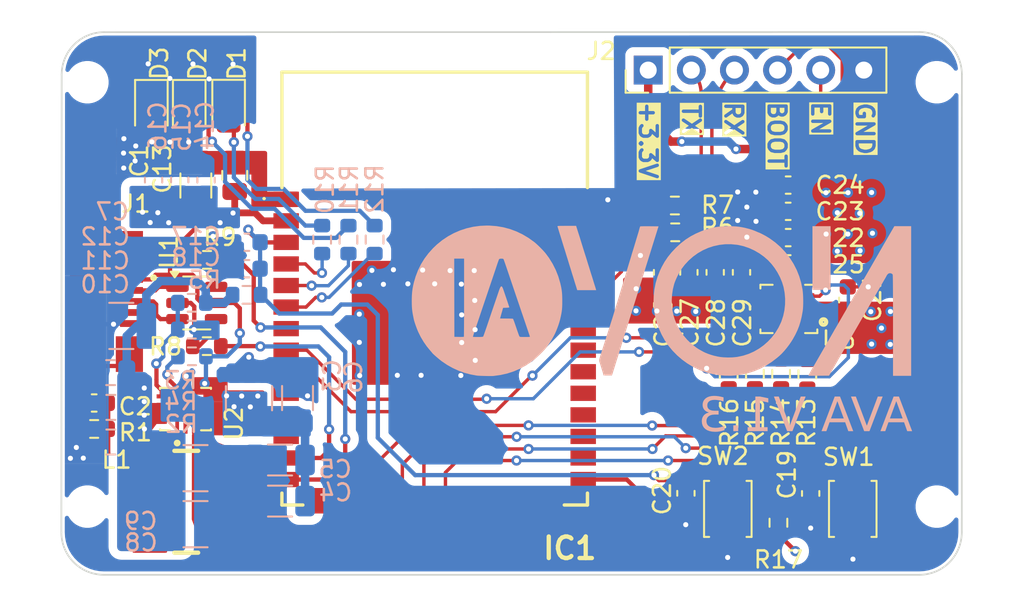
<source format=kicad_pcb>
(kicad_pcb (version 20241229) (generator "pcbnew") (generator_version "9.0")
  (title_block (title "Sensor") (date "2024-07-07") (rev "02") (company "Electronial") (comment 1 "Fiverr") (comment 2 "Property of Novo-AI") (comment 3 "@Copyright -- reserved"))
  (layers (0 "F.Cu" signal) (4 "In1.Cu" power) (6 "In2.Cu" mixed) (2 "B.Cu" signal) (13 "F.Paste" user) (15 "B.Paste" user) (5 "F.SilkS" user "F.Silkscreen") (7 "B.SilkS" user "B.Silkscreen") (1 "F.Mask" user) (3 "B.Mask" user) (25 "Edge.Cuts" user))
  (net 0 "")
  (net 1 "Earth")
  (net 2 "+5V")
  (net 3 "Net-(C2-Pad1)")
  (net 4 "+3.3V")
  (net 5 "/ESP32 S3/CHIP_PU")
  (net 6 "/ESP32 S3/GPIO0")
  (net 7 "Net-(D1-A)")
  (net 8 "Net-(D2-A)")
  (net 9 "Net-(D3-A)")
  (net 13 "/CS")
  (net 16 "/CLK")
  (net 17 "Net-(IC1-IO19)")
  (net 19 "Net-(IC1-TXD0)")
  (net 20 "/MISO")
  (net 21 "Net-(IC1-IO20)")
  (net 22 "Net-(IC1-RXD0)")
  (net 25 "/ESP32 S3/GPIO5")
  (net 29 "/IO15")
  (net 31 "/ESP32 S3/GPIO4")
  (net 32 "/MOSI")
  (net 35 "/ESP32 S3/GPIO6")
  (net 37 "/IO16")
  (net 46 "/3.3V PSU & Input/PRE_DP")
  (net 47 "/3.3V PSU & Input/PRE_DN")
  (net 48 "/ESP32 S3/U0RXD")
  (net 49 "/ESP32 S3/U0TXD")
  (net 50 "Net-(U2-L1)")
  (net 51 "Net-(U2-L2)")
  (net 52 "Net-(U2-PFM{slash}PWM)")
  (net 53 "Net-(U2-FB)")
  (net 54 "Net-(U3-SDO{slash}SA0)")
  (net 55 "Net-(U3-SDI{slash}SDO{slash}SDA)")
  (net 56 "Net-(U3-SPC{slash}SCL)")
  (net 57 "Net-(U3-CS)")
  (net 58 "/DP")
  (net 59 "/DN")
  (footprint "Capacitor_SMD:C_0603_1608Metric" (layer "F.Cu") (at 129.19 91.27)
    (property "Reference" "C2")
    (property "Value" "100nF")
  )
  (footprint "Capacitor_SMD:C_0603_1608Metric" (layer "F.Cu") (at 167.325 83.573332 -90)
    (property "Reference" "C29")
    (property "Value" "100nF")
  )
  (footprint "Capacitor_SMD:C_0603_1608Metric" (layer "F.Cu") (at 171.4 96.6 -90)
    (property "Reference" "C19")
    (property "Value" "100nF")
  )
  (footprint "Capacitor_SMD:C_0603_1608Metric" (layer "F.Cu") (at 170.075 83.073332 180)
    (property "Reference" "C25")
    (property "Value" "15pF")
  )
  (footprint "Footprint:AMPHENOL_10118192-0002LF" (layer "F.Cu") (at 131.39 85.29 -90)
    (property "Reference" "J1")
    (property "Value" "10118192-0002LF")
  )
  (footprint "Footprint:ESP32S3WROOM1N4" (layer "F.Cu") (at 149.25 84.53)
    (property "Reference" "IC1")
    (property "Value" "ESP32-S3-WROOM-1-N16R2" (hide yes))
  )
  (footprint "Connector_PinHeader_2.54mm:PinHeader_1x06_P2.54mm_Vertical" (layer "F.Cu") (at 161.83 71.66 90)
    (property "Reference" "J2")
    (property "Value" "Debug")
  )
  (footprint "MountingHole:MountingHole_2mm" (layer "F.Cu") (at 178.83125 72.375)
    (property "Reference" "H2" (hide yes))
    (property "Value" "MountingHole")
  )
  (footprint "Package_TO_SOT_SMD:SOT-23-6" (layer "F.Cu") (at 135.235 85.3775)
    (property "Reference" "U1")
    (property "Value" "USBLC6-2SC6")
  )
  (footprint "LED_SMD:LED_0805_2012Metric" (layer "F.Cu") (at 137.11 73.9175 -90)
    (property "Reference" "D1")
    (property "Value" "LED")
  )
  (footprint "Capacitor_SMD:C_0603_1608Metric" (layer "F.Cu") (at 170.075 79.98 180)
    (property "Reference" "C23")
    (property "Value" "10nF")
  )
  (footprint "Resistor_SMD:R_0603_1608Metric" (layer "F.Cu") (at 171.201666 89.578332 90)
    (property "Reference" "R13")
    (property "Value" "10E, 0.1%")
  )
  (footprint "Capacitor_SMD:C_0603_1608Metric" (layer "F.Cu") (at 170.075 81.526666 180)
    (property "Reference" "C22")
    (property "Value" "100nF")
  )
  (footprint "Button_Switch_SMD:SW_SPST_B3U-1000P" (layer "F.Cu") (at 173.88 97.51 90)
    (property "Reference" "SW1")
    (property "Value" "SW_SPST")
  )
  (footprint "Resistor_SMD:R_0603_1608Metric" (layer "F.Cu") (at 163.4 79.636666)
    (property "Reference" "R7")
    (property "Value" "10E, 0.1%")
  )
  (footprint "Footprint:IIS3DWBTR" (layer "F.Cu") (at 170.115 85.729632 180)
    (property "Reference" "U3")
    (property "Value" "IIS3DWBTR" (hide yes))
  )
  (footprint "Capacitor_SMD:C_0603_1608Metric" (layer "F.Cu") (at 170.075 78.433332 180)
    (property "Reference" "C24")
    (property "Value" "1nF")
  )
  (footprint "Capacitor_SMD:C_0805_2012Metric" (layer "F.Cu") (at 137.47 77.86 90)
    (property "Reference" "C13")
    (property "Value" "4.7uF")
  )
  (footprint "LED_SMD:LED_0805_2012Metric" (layer "F.Cu") (at 132.56 73.925 -90)
    (property "Reference" "D3")
    (property "Value" "LED")
  )
  (footprint "Capacitor_SMD:C_1206_3216Metric" (layer "F.Cu") (at 135.18 78.46 90)
    (property "Reference" "C1")
    (property "Value" "10uF")
  )
  (footprint "MountingHole:MountingHole_2mm" (layer "F.Cu") (at 128.79125 97.375)
    (property "Reference" "H4" (hide yes))
    (property "Value" "MountingHole")
  )
  (footprint "Resistor_SMD:R_0603_1608Metric" (layer "F.Cu") (at 169.5 98.325 90)
    (property "Reference" "R17")
    (property "Value" "10K, 1%")
  )
  (footprint "Resistor_SMD:R_0603_1608Metric" (layer "F.Cu") (at 166.571666 89.558332 -90)
    (property "Reference" "R16")
    (property "Value" "10E, 0.1%")
  )
  (footprint "Capacitor_SMD:C_0603_1608Metric" (layer "F.Cu") (at 173.585 85.204632 90)
    (property "Reference" "C21")
    (property "Value" "100nF")
  )
  (footprint "Button_Switch_SMD:SW_SPST_B3U-1000P" (layer "F.Cu") (at 166.52 97.51 90)
    (property "Reference" "SW2")
    (property "Value" "SW_SPST")
  )
  (footprint "Footprint:VREG_TPS630250RNCT" (layer "F.Cu") (at 134.57 91.63 90)
    (property "Reference" "U2")
    (property "Value" "TPS630250RNCT")
  )
  (footprint "Resistor_SMD:R_0603_1608Metric" (layer "F.Cu") (at 135.825 87.92)
    (property "Reference" "R8")
    (property "Value" "10E, 0.1%")
  )
  (footprint "MountingHole:MountingHole_2mm" (layer "F.Cu") (at 128.79125 72.375)
    (property "Reference" "H1" (hide yes))
    (property "Value" "MountingHole")
  )
  (footprint "Resistor_SMD:R_0603_1608Metric" (layer "F.Cu") (at 163.42 81.216666)
    (property "Reference" "R6")
    (property "Value" "10E, 0.1%")
  )
  (footprint "Resistor_SMD:R_0603_1608Metric" (layer "F.Cu") (at 168.115 89.558332 -90)
    (property "Reference" "R15")
    (property "Value" "10E, 0.1%")
  )
  (footprint "Resistor_SMD:R_0603_1608Metric" (layer "F.Cu") (at 135.84 82.84)
    (property "Reference" "R9")
    (property "Value" "10E, 0.1%")
  )
  (footprint "Capacitor_SMD:C_0603_1608Metric" (layer "F.Cu") (at 164.225 83.573332 90)
    (property "Reference" "C27")
    (property "Value" "1nF")
  )
  (footprint "LED_SMD:LED_0805_2012Metric" (layer "F.Cu") (at 134.79 73.925 -90)
    (property "Reference" "D2")
    (property "Value" "LED")
  )
  (footprint "Capacitor_SMD:C_0603_1608Metric" (layer "F.Cu") (at 162.675 83.573332 90)
    (property "Reference" "C26")
    (property "Value" "15pF")
  )
  (footprint "MountingHole:MountingHole_2mm" (layer "F.Cu") (at 178.83125 97.375 90)
    (property "Reference" "H3" (hide yes))
    (property "Value" "MountingHole")
  )
  (footprint "Resistor_SMD:R_0603_1608Metric" (layer "F.Cu") (at 129.19 92.8 180)
    (property "Reference" "R1")
    (property "Value" "1M, 1%")
  )
  (footprint "Footprint:SRN60451R0Y" (layer "F.Cu") (at 134.615 97.09)
    (property "Reference" "L1")
    (property "Value" "SRN60451R0Y" (hide yes))
  )
  (footprint "Capacitor_SMD:C_0603_1608Metric" (layer "F.Cu") (at 165.775 83.573332 90)
    (property "Reference" "C28")
    (property "Value" "10nF")
  )
  (footprint "Capacitor_SMD:C_0603_1608Metric" (layer "F.Cu") (at 164.05 96.59 -90)
    (property "Reference" "C20")
    (property "Value" "100nF")
  )
  (footprint "Resistor_SMD:R_0603_1608Metric" (layer "F.Cu") (at 169.658333 89.558332 -90)
    (property "Reference" "R14")
    (property "Value" "10E, 0.1%")
  )
  (footprint "Capacitor_SMD:C_0603_1608Metric" (layer "B.Cu") (at 138.19 83.36 180)
    (property "Reference" "C18")
    (property "Value" "1nF")
  )
  (footprint "Capacitor_SMD:C_0805_2012Metric" (layer "B.Cu") (at 130.16 89.48 180)
    (property "Reference" "C12")
    (property "Value" "1uF")
  )
  (footprint "Capacitor_SMD:C_1210_3225Metric" (layer "B.Cu") (at 130.79 86.73 180)
    (property "Reference" "C7")
    (property "Value" "22uF")
  )
  (footprint "Capacitor_SMD:C_0603_1608Metric" (layer "B.Cu") (at 134.23 78.13 90)
    (property "Reference" "C15")
    (property "Value" "1nF")
  )
  (footprint "Capacitor_SMD:C_1206_3216Metric" (layer "B.Cu") (at 141.17 90.98 90)
    (property "Reference" "C6")
    (property "Value" "10uF")
  )
  (footprint "Capacitor_SMD:C_1210_3225Metric" (layer "B.Cu") (at 135.16 95.11)
    (property "Reference" "C9")
    (property "Value" "22uF")
  )
  (footprint "Capacitor_SMD:C_0805_2012Metric" (layer "B.Cu") (at 130.17 91.53 180)
    (property "Reference" "C11")
    (property "Value" "10uF")
  )
  (footprint "Capacitor_SMD:C_0805_2012Metric" (layer "B.Cu") (at 130.17 93.57 180)
    (property "Reference" "C10")
    (property "Value" "10uF")
  )
  (footprint "Capacitor_SMD:C_0603_1608Metric" (layer "B.Cu") (at 138.19 81.8 180)
    (property "Reference" "C17")
    (property "Value" "100nF")
  )
  (footprint "Capacitor_SMD:C_1206_3216Metric" (layer "B.Cu") (at 140.14 97.05 180)
    (property "Reference" "C4")
    (property "Value" "10uF")
  )
  (footprint "Custom:logo_novoai_w40" (layer "B.Cu") (at 162.519205 85.318466 180)
    (property "Reference" "G***" (hide yes))
    (property "Value" "LOGO" (hide yes))
  )
  (footprint "Resistor_SMD:R_0603_1608Metric" (layer "B.Cu") (at 138.17 84.9)
    (property "Reference" "R5")
    (property "Value" "4.7K, 1%")
  )
  (footprint "Resistor_SMD:R_0603_1608Metric" (layer "B.Cu") (at 134.94 85.37 180)
    (property "Reference" "R3")
    (property "Value" "562K,0.1%")
  )
  (footprint "Capacitor_SMD:C_0603_1608Metric" (layer "B.Cu") (at 132.69 78.14 90)
    (property "Reference" "C16")
    (property "Value" "33pF")
  )
  (footprint "Capacitor_SMD:C_1210_3225Metric" (layer "B.Cu") (at 138.31 90.99 90)
    (property "Reference" "C3")
    (property "Value" "22uF")
  )
  (footprint "Resistor_SMD:R_0603_1608Metric" (layer "B.Cu") (at 142.62 81.645 -90)
    (property "Reference" "R10")
    (property "Value" "100E, 1%")
  )
  (footprint "Resistor_SMD:R_0603_1608Metric" (layer "B.Cu") (at 145.71 81.645 -90)
    (property "Reference" "R12")
    (property "Value" "100E, 1%")
  )
  (footprint "Capacitor_SMD:C_1206_3216Metric" (layer "B.Cu") (at 140.14 94.63 180)
    (property "Reference" "C5")
    (property "Value" "10uF")
  )
  (footprint "Capacitor_SMD:C_1210_3225Metric" (layer "B.Cu") (at 135.16 98.41)
    (property "Reference" "C8")
    (property "Value" "22uF")
  )
  (footprint "Resistor_SMD:R_0603_1608Metric" (layer "B.Cu") (at 134.95 88.52 180)
    (property "Reference" "R2")
    (property "Value" "10K, 1%")
  )
  (footprint "Resistor_SMD:R_0603_1608Metric" (layer "B.Cu") (at 144.17 81.645 -90)
    (property "Reference" "R11")
    (property "Value" "100E, 1%")
  )
  (footprint "Resistor_SMD:R_0603_1608Metric" (layer "B.Cu") (at 134.94 86.95 180)
    (property "Reference" "R4")
    (property "Value" "180K,0.1%")
  )
  (footprint "Capacitor_SMD:C_0603_1608Metric" (layer "B.Cu") (at 135.78 78.14 90)
    (property "Reference" "C14")
    (property "Value" "100nF")
  )
  (gr_arc (start 129.757767 101.392233) (mid 127.99 100.66) (end 127.257767 98.892233) (stroke (width 0.1)) (layer "Edge.Cuts"))
  (gr_line (start 129.775 69.425) (end 177.807233 69.417767) (stroke (width 0.1)) (layer "Edge.Cuts"))
  (gr_arc (start 127.275 71.925) (mid 128.007233 70.157233) (end 129.775 69.425) (stroke (width 0.1)) (layer "Edge.Cuts"))
  (gr_arc (start 180.302233 98.892233) (mid 179.57 100.66) (end 177.802233 101.392233) (stroke (width 0.1)) (layer "Edge.Cuts"))
  (gr_arc (start 177.807233 69.417767) (mid 179.575 70.15) (end 180.307233 71.917767) (stroke (width 0.1)) (layer "Edge.Cuts"))
  (gr_line (start 177.802233 101.392233) (end 129.757767 101.392233) (stroke (width 0.1)) (layer "Edge.Cuts"))
  (gr_line (start 127.275 71.925) (end 127.257767 98.892233) (stroke (width 0.1)) (layer "Edge.Cuts"))
  (gr_line (start 180.302233 98.892233) (end 180.307233 71.917767) (stroke (width 0.1)) (layer "Edge.Cuts"))
  (gr_text "RX" (at 166.27 73.42 270) (layer "F.SilkS" knockout) (effects (font (size 1 1) (thickness 0.2) (bold yes)) (justify left bottom)))
  (gr_text "+3.3V" (at 161.23 73.42 270) (layer "F.SilkS" knockout) (effects (font (size 1 1) (thickness 0.2) (bold yes)) (justify left bottom)))
  (gr_text "GND" (at 174 73.46 270) (layer "F.SilkS" knockout) (effects (font (size 1 1) (thickness 0.2) (bold yes)) (justify left bottom)))
  (gr_text "BOOT" (at 168.82 73.41 270) (layer "F.SilkS" knockout) (effects (font (size 1 1) (thickness 0.2) (bold yes)) (justify left bottom)))
  (gr_text "TX" (at 163.77 73.57 270) (layer "F.SilkS" knockout) (effects (font (size 1 1) (thickness 0.2) (bold yes)) (justify left bottom)))
  (gr_text "EN" (at 171.39 73.4 270) (layer "F.SilkS" knockout) (effects (font (size 1 1) (thickness 0.2) (bold yes)) (justify left bottom)))
  (gr_text "AVA V1.3" (at 177.4 93.27 0) (layer "B.SilkS") (effects (font (size 2 2)) (justify left bottom mirror)))
  (segment (start 159.42 79.27) (end 159.45 79.3) (width 0.25) (layer "F.Cu") (net 1))
  (segment (start 173.88 100.46) (end 173.89 100.47) (width 0.2) (layer "F.Cu") (net 1))
  (segment (start 129.71 94.52) (end 130.015 94.215) (width 0.254) (layer "F.Cu") (net 1))
  (segment (start 134.57 92.185) (end 134.57 90.48) (width 0.2) (layer "F.Cu") (net 1))
  (segment (start 158 79.27) (end 159.42 79.27) (width 0.25) (layer "F.Cu") (net 1))
  (segment (start 164.05 97.365) (end 164.05 98.43) (width 0.2) (layer "F.Cu") (net 1))
  (segment (start 130.33 86.63) (end 130.37 86.59) (width 0.254) (layer "F.Cu") (net 1))
  (segment (start 134.61 89.69) (end 134.57 89.73) (width 0.2) (layer "F.Cu") (net 1))
  (segment (start 166.52 100.36) (end 166.51 100.37) (width 0.2) (layer "F.Cu") (net 1))
  (segment (start 173.585 84.429632) (end 174.789632 84.429632) (width 0.2) (layer "F.Cu") (net 1))
  (segment (start 164.05 98.43) (end 164.04 98.44) (width 0.2) (layer "F.Cu") (net 1))
  (segment (start 171.4 97.375) (end 171.4 98.64) (width 0.2) (layer "F.Cu") (net 1))
  (segment (start 166.52 99.21) (end 166.52 100.36) (width 0.2) (layer "F.Cu") (net 1))
  (segment (start 174.789632 84.429632) (end 174.79 84.43) (width 0.2) (layer "F.Cu") (net 1))
  (segment (start 130.015 92.8) (end 130.015 91.32) (width 0.254) (layer "F.Cu") (net 1))
  (segment (start 134.8775 85.3775) (end 134.0975 85.3775) (width 0.254) (layer "F.Cu") (net 1))
  (segment (start 130.37 86.59) (end 131.39 86.59) (width 0.254) (layer "F.Cu") (net 1))
  (segment (start 128.55 94.52) (end 129.71 94.52) (width 0.254) (layer "F.Cu") (net 1))
  (segment (start 135.087 86.923797) (end 135.087 85.587) (width 0.254) (layer "F.Cu") (net 1))
  (segment (start 135.087 85.587) (end 134.8775 85.3775) (width 0.254) (layer "F.Cu") (net 1))
  (segment (start 130.015 94.215) (end 130.015 92.8) (width 0.254) (layer "F.Cu") (net 1))
  (segment (start 134.57 89.73) (end 134.57 90.48) (width 0.2) (layer "F.Cu") (net 1))
  (segment (start 173.88 99.21) (end 173.88 100.46) (width 0.2) (layer "F.Cu") (net 1))
  (segment (start 135.065797 86.945) (end 135.087 86.923797) (width 0.254) (layer "F.Cu") (net 1))
  (segment (start 130.015 91.32) (end 129.965 91.27) (width 0.254) (layer "F.Cu") (net 1))
  (via (at 130.92 76.55) (size 0.6) (drill 0.3) (layers "F.Cu" "B.Cu") (net 1))
  (via (at 146.23 84.28) (size 0.6) (drill 0.3) (layers "F.Cu" "B.Cu") (net 1))
  (via (at 151.58 83.47) (size 0.6) (drill 0.3) (layers "F.Cu" "B.Cu") (net 1))
  (via (at 171.4 98.64) (size 0.6) (drill 0.3) (layers "F.Cu" "B.Cu") (net 1))
  (via (at 148.45 89.64) (size 0.6) (drill 0.3) (layers "F.Cu" "B.Cu") (net 1))
  (via (at 144.81 86.037) (size 0.6) (drill 0.3) (layers "F.Cu" "B.Cu") (net 1))
  (via (at 135.01 71.3) (size 0.6) (drill 0.3) (layers "F.Cu" "B.Cu") (net 1))
  (via (at 150.84 86.08) (size 0.6) (drill 0.3) (layers "F.Cu" "B.Cu") (net 1))
  (via (at 167.1 78.84) (size 0.6) (drill 0.3) (layers "F.Cu" "B.Cu") (net 1))
  (via (at 141.76 90.85) (size 0.6) (drill 0.3) (layers "F.Cu" "B.Cu") (net 1))
  (via (at 135.065797 86.945) (size 0.6) (drill 0.3) (layers "F.Cu" "B.Cu") (net 1))
  (via (at 147.05 89.64) (size 0.6) (drill 0.3) (layers "F.Cu" "B.Cu") (net 1))
  (via (at 150.82 84.27) (size 0.6) (drill 0.3) (layers "F.Cu" "B.Cu") (net 1))
  (via (at 136.19 81.45) (size 0.6) (drill 0.3) (layers "F.Cu" "B.Cu") (net 1))
  (via (at 168.18 80.57) (size 0.6) (drill 0.3) (layers "F.Cu" "B.Cu") (net 1))
  (via (at 149.25 84.25) (size 0.6) (drill 0.3) (layers "F.Cu" "B.Cu") (net 1))
  (via (at 134.76 75.9) (size 0.6) (drill 0.3) (layers "F.Cu" "B.Cu") (net 1))
  (via (at 132.37 71.29) (size 0.6) (drill 0.3) (layers "F.Cu" "B.Cu") (net 1))
  (via (at 134.61 89.69) (size 0.6) (drill 0.3) (layers "F.Cu" "B.Cu") (net 1))
  (via (at 151.63 86.95) (size 0.6) (drill 0.3) (layers "F.Cu" "B.Cu") (net 1))
  (via (at 145.55 83.46) (size 0.6) (drill 0.3) (layers "F.Cu" "B.Cu") (net 1))
  (via (at 150.84 87.71) (size 0.6) (drill 0.3) (layers "F.Cu" "B.Cu") (net 1))
  (via (at 144.81 87.7) (size 0.6) (drill 0.3) (layers "F.Cu" "B.Cu") (net 1))
  (via (at 147.67 84.25) (size 0.6) (drill 0.3) (layers "F.Cu" "B.Cu") (net 1))
  (via (at 133.65 75.9) (size 0.6) (drill 0.3) (layers "F.Cu" "B.Cu") (net 1))
  (via (at 131.64 76.13) (size 0.6) (drill 0.3) (layers "F.Cu" "B.Cu") (net 1))
  (via (at 128.14 93.89) (size 0.6) (drill 0.3) (layers "F.Cu" "B.Cu") (net 1))
  (via (at 135.96 72.18) (size 0.6) (drill 0.3) (layers "F.Cu" "B.Cu") (net 1))
  (via (at 167.64 79.73) (size 0.6) (drill 0.3) (layers "F.Cu" "B.Cu") (net 1))
  (via (at 146.82 83.42) (size 0.6) (drill 0.3) (layers "F.Cu" "B.Cu") (net 1))
  (via (at 130.33 86.63) (size 0.6) (drill 0.3) (layers "F.Cu" "B.Cu") (net 1))
  (via (at 128.55 94.52) (size 0.6) (drill 0.3) (layers "F.Cu" "B.Cu") (net 1))
  (via (at 148.54 83.44) (size 0.6) (drill 0.3) (layers "F.Cu" "B.Cu") (net 1))
  (via (at 144.83 89.66) (size 0.6) (drill 0.3) (layers "F.Cu" "B.Cu") (net 1))
  (via (at 151.64 88.76) (size 0.6) (drill 0.3) (layers "F.Cu" "B.Cu") (net 1))
  (via (at 137.37 71.31) (size 0.6) (drill 0.3) (layers "F.Cu" "B.Cu") (net 1))
  (via (at 168.17 78.85) (size 0.6) (drill 0.3) (layers "F.Cu" "B.Cu") (net 1))
  (via (at 150.79 89.65) (size 0.6) (drill 0.3) (layers "F.Cu" "B.Cu") (net 1))
  (via (at 166.51 100.37) (size 0.6) (drill 0.3) (layers "F.Cu" "B.Cu") (net 1))
  (via (at 159.45 79.3) (size 0.6) (drill 0.3) (layers "F.Cu" "B.Cu") (net 1))
  (via (at 150.16 83.47) (size 0.6) (drill 0.3) (layers "F.Cu" "B.Cu") (net 1))
  (via (at 164.04 98.44) (size 0.6) (drill 0.3) (layers "F.Cu" "B.Cu") (net 1))
  (via (at 130.93 77.43) (size 0.6) (drill 0.3) (layers "F.Cu" "B.Cu") (net 1))
  (via (at 130.94 75.7) (size 0.6) (drill 0.3) (layers "F.Cu" "B.Cu") (net 1))
  (via (at 138.3 88.57) (size 0.6) (drill 0.3) (layers "F.Cu" "B.Cu") (net 1))
  (via (at 174.79 84.43) (size 0.6) (drill 0.3) (layers "F.Cu" "B.Cu") (net 1))
  (via (at 133.65 72.15) (size 0.6) (drill 0.3) (layers "F.Cu" "B.Cu") (net 1))
  (via (at 173.89 100.47) (size 0.6) (drill 0.3) (layers "F.Cu" "B.Cu") (net 1))
  (via (at 132.59 75.89) (size 0.6) (drill 0.3) (layers "F.Cu" "B.Cu") (net 1))
  (via (at 161.37 82.58) (size 0.6) (drill 0.3) (layers "F.Cu" "B.Cu") (net 1))
  (via (at 151.61 85.23) (size 0.6) (drill 0.3) (layers "F.Cu" "B.Cu") (net 1))
  (via (at 144.82 84.29) (size 0.6) (drill 0.3) (layers "F.Cu" "B.Cu") (net 1))
  (via (at 167.64 81.5) (size 0.6) (drill 0.3) (layers "F.Cu" "B.Cu") (net 1))
  (via (at 127.79 94.53) (size 0.6) (drill 0.3) (layers "F.Cu" "B.Cu") (net 1))
  (via (at 131.6 77.01) (size 0.6) (drill 0.3) (layers "F.Cu" "B.Cu") (net 1))
  (via (at 167.1 80.52) (size 0.6) (drill 0.3) (layers "F.Cu" "B.Cu") (net 1))
  (segment (start 138.31 89.515) (end 141.16 89.515) (width 0.254) (layer "B.Cu") (net 1))
  (segment (start 135.76 86.945) (end 135.765 86.95) (width 0.254) (layer "B.Cu") (net 1))
  (segment (start 137.415 81.8) (end 137.415 83.36) (width 0.254) (layer "B.Cu") (net 1))
  (segment (start 137.395 81.78) (end 136.52 81.78) (width 0.254) (layer "B.Cu") (net 1))
  (segment (start 135.065797 86.945) (end 135.76 86.945) (width 0.254) (layer "B.Cu") (net 1))
  (segment (start 130.33 86.63) (end 129.415 86.63) (width 0.254) (layer "B.Cu") (net 1))
  (segment (start 129.415 86.63) (end 129.315 86.73) (width 0.254) (layer "B.Cu") (net 1))
  (segment (start 138.31 89.515) (end 138.31 88.58) (width 0.254) (layer "B.Cu") (net 1))
  (segment (start 138.31 88.58) (end 138.3 88.57) (width 0.254) (layer "B.Cu") (net 1))
  (segment (start 136.52 81.78) (end 136.19 81.45) (width 0.254) (layer "B.Cu") (net 1))
  (segment (start 137.415 81.8) (end 137.395 81.78) (width 0.254) (layer "B.Cu") (net 1))
  (segment (start 141.17 90.47) (end 141.17 89.505) (width 0.254) (layer "B.Cu") (net 1))
  (segment (start 141.55 90.85) (end 141.17 90.47) (width 0.254) (layer "B.Cu") (net 1))
  (segment (start 141.76 90.85) (end 141.55 90.85) (width 0.254) (layer "B.Cu") (net 1))
  (segment (start 141.16 89.515) (end 141.17 89.505) (width 0.254) (layer "B.Cu") (net 1))
  (segment (start 131.39 83.99) (end 132.54 83.99) (width 0.254) (layer "F.Cu") (net 2))
  (segment (start 133.66 82.47) (end 133.66 83.72) (width 0.254) (layer "F.Cu") (net 2))
  (segment (start 134.98 83.72) (end 135.27 84.01) (width 0.254) (layer "F.Cu") (net 2))
  (segment (start 137.77 85.69) (end 137.4575 85.3775) (width 0.254) (layer "F.Cu") (net 2))
  (segment (start 137.4575 85.3775) (end 136.3725 85.3775) (width 0.254) (layer "F.Cu") (net 2))
  (segment (start 135.27 84.01) (end 135.27 85.127948) (width 0.254) (layer "F.Cu") (net 2))
  (segment (start 133.66 83.72) (end 134.98 83.72) (width 0.254) (layer "F.Cu") (net 2))
  (segment (start 135.18 79.935) (end 135.18 80.95) (width 0.254) (layer "F.Cu") (net 2))
  (segment (start 135.18 80.95) (end 133.66 82.47) (width 0.254) (layer "F.Cu") (net 2))
  (segment (start 132.54 83.99) (end 132.81 83.72) (width 0.254) (layer "F.Cu") (net 2))
  (segment (start 135.27 85.127948) (end 135.519552 85.3775) (width 0.254) (layer "F.Cu") (net 2))
  (segment (start 135.519552 85.3775) (end 136.3725 85.3775) (width 0.254) (layer "F.Cu") (net 2))
  (segment (start 137.77 87.16) (end 137.77 85.69) (width 0.254) (layer "F.Cu") (net 2))
  (segment (start 132.81 83.72) (end 133.66 83.72) (width 0.254) (layer "F.Cu") (net 2))
  (via (at 137.77 87.16) (size 0.6) (drill 0.3) (layers "F.Cu" "B.Cu") (net 2))
  (via (at 137.43 91.49) (size 0.6) (drill 0.3) (layers "F.Cu" "B.Cu") (net 2))
  (via (at 136.99 90.85) (size 0.6) (drill 0.3) (layers "F.Cu" "B.Cu") (net 2))
  (via (at 138.39 91.5) (size 0.6) (drill 0.3) (layers "F.Cu" "B.Cu") (net 2))
  (via (at 138.83 90.86) (size 0.6) (drill 0.3) (layers "F.Cu" "B.Cu") (net 2))
  (via (at 135.7 90.12) (size 0.6) (drill 0.3) (layers "F.Cu" "B.Cu") (net 2))
  (via (at 137.88 90.86) (size 0.6) (drill 0.3) (layers "F.Cu" "B.Cu") (net 2))
  (segment (start 135.775 88.52) (end 135.775 90.045) (width 0.254) (layer "B.Cu") (net 2))
  (segment (start 138.31 92.465) (end 141.16 92.465) (width 0.5) (layer "B.Cu") (net 2))
  (segment (start 137.02 88.52) (end 135.775 88.52) (width 0.254) (layer "B.Cu") (net 2))
  (segment (start 141.615 97.05) (end 141.615 92.9) (width 0.5) (layer "B.Cu") (net 2))
  (segment (start 141.615 92.9) (end 141.17 92.455) (width 0.5) (layer "B.Cu") (net 2))
  (segment (start 135.775 90.045) (end 135.7 90.12) (width 0.254) (layer "B.Cu") (net 2))
  (segment (start 137.77 87.16) (end 137.77 87.77) (width 0.254) (layer "B.Cu") (net 2))
  (segment (start 137.77 87.77) (end 137.02 88.52) (width 0.254) (layer "B.Cu") (net 2))
  (segment (start 141.16 92.465) (end 141.17 92.455) (width 0.5) (layer "B.Cu") (net 2))
  (segment (start 128.715 81.49) (end 130.565 81.49) (width 0.25) (layer "F.Cu") (net 3))
  (segment (start 128.415 89.39) (end 128.715 89.09) (width 0.254) (layer "F.Cu") (net 3))
  (segment (start 128.365 91.32) (end 128.415 91.27) (width 0.254) (layer "F.Cu") (net 3))
  (segment (start 128.415 91.27) (end 128.415 89.39) (width 0.254) (layer "F.Cu") (net 3))
  (segment (start 128.715 89.09) (end 130.565 89.09) (width 0.25) (layer "F.Cu") (net 3))
  (segment (start 130.565 89.09) (end 131.265 88.39) (width 0.25) (layer "F.Cu") (net 3))
  (segment (start 130.565 81.49) (end 131.265 82.19) (width 0.25) (layer "F.Cu") (net 3))
  (segment (start 128.715 81.49) (end 128.715 89.09) (width 0.25) (layer "F.Cu") (net 3))
  (segment (start 128.365 92.8) (end 128.365 91.32) (width 0.254) (layer "F.Cu") (net 3))
  (segment (start 137.77 78.81) (end 137.47 78.81) (width 0.25) (layer "F.Cu") (net 4))
  (segment (start 170.5 100) (end 169.65 99.15) (width 0.254) (layer "F.Cu") (net 4))
  (segment (start 161.83 71.66) (end 161.83 74.54) (width 0.5) (layer "F.Cu") (net 4))
  (segment (start 137.38 80.07) (end 137.37 80.08) (width 0.4) (layer "F.Cu") (net 4))
  (segment (start 139.14 80.54) (end 138.67 80.07) (width 0.4) (layer "F.Cu") (net 4))
  (segment (start 170.85 77.36) (end 170.85 78.433332) (width 0.5) (layer "F.Cu") (net 4))
  (segment (start 169.8 76.31) (end 170.85 77.36) (width 0.5) (layer "F.Cu") (net 4))
  (segment (start 161.83 74.54) (end 162.87 75.58) (width 0.5) (layer "F.Cu") (net 4))
  (segment (start 163.16 75.87) (end 163.81 75.87) (width 0.5) (layer "F.Cu") (net 4))
  (segment (start 167 76.31) (end 169.8 76.31) (width 0.5) (layer "F.Cu") (net 4))
  (segment (start 138.67 80.07) (end 137.38 80.07) (width 0.4) (layer "F.Cu") (net 4))
  (segment (start 140.5 80.54) (end 139.14 80.54) (width 0.4) (layer "F.Cu") (net 4))
  (segment (start 169.65 99.15) (end 169.5 99.15) (width 0.254) (layer "F.Cu") (net 4))
  (segment (start 137.47 78.81) (end 137.47 79.98) (width 0.4) (layer "F.Cu") (net 4))
  (segment (start 162.87 75.58) (end 163.16 75.87) (width 0.5) (layer "F.Cu") (net 4))
  (segment (start 137.47 79.98) (end 137.37 80.08) (width 0.4) (layer "F.Cu") (net 4))
  (segment (start 162.675 84.348332) (end 167.325 84.348332) (width 0.254) (layer "F.Cu") (net 4))
  (via (at 163.51 85.86) (size 0.6) (drill 0.3) (layers "F.Cu" "B.Cu") (net 4))
  (via (at 172.3 78.88) (size 0.6) (drill 0.3) (layers "F.Cu" "B.Cu") (net 4))
  (via (at 170.5 100) (size 0.6) (drill 0.3) (layers "F.Cu" "B.Cu") (net 4))
  (via (at 175.04 81.27) (size 0.6) (drill 0.3) (layers "F.Cu" "B.Cu") (net 4))
  (via (at 176.1 85.88) (size 0.6) (drill 0.3) (layers "F.Cu" "B.Cu") (net 4))
  (via (at 132.14 91.99) (size 0.6) (drill 0.3) (layers "F.Cu" "B.Cu") (net 4))
  (via (at 174.94 85.89) (size 0.6) (drill 0.3) (layers "F.Cu" "B.Cu") (net 4))
  (via (at 172.97 80.06) (size 0.6) (drill 0.3) (layers "F.Cu" "B.Cu") (net 4))
  (via (at 172.97 82.33) (size 0.6) (drill 0.3) (layers "F.Cu" "B.Cu") (net 4))
  (via (at 136.61 80.65) (size 0.6) (drill 0.3) (layers "F.Cu" "B.Cu") (net 4))
  (via (at 173.6 78.88) (size 0.6) (drill 0.3) (layers "F.Cu" "B.Cu") (net 4))
  (via (at 132.14 91.19) (size 0.6) (drill 0.3) (layers "F.Cu" "B.Cu") (net 4))
  (via (at 132.04 80.03) (size 0.6) (drill 0.3) (layers "F.Cu" "B.Cu") (net 4))
  (via (at 161.11 85.84) (size 0.6) (drill 0.3) (layers "F.Cu" "B.Cu") (net 4))
  (via (at 174.99 78.87) (size 0.6) (drill 0.3) (layers "F.Cu" "B.Cu") (net 4))
  (via (at 132.14 90.39) (size 0.6) (drill 0.3) (layers "F.Cu" "B.Cu") (net 4))
  (via (at 162.34 85.85) (size 0.6) (drill 0.3) (layers "F.Cu" "B.Cu") (net 4))
  (via (at 132.15 92.8) (size 0.6) (drill 0.3) (layers "F.Cu" "B.Cu") (net 4))
  (via (at 174.99 87.8) (size 0.6) (drill 0.3) (layers "F.Cu" "B.Cu") (net 4))
  (via (at 174.31 82.3) (size 0.6) (drill 0.3) (layers "F.Cu" "B.Cu") (net 4))
  (via (at 176.09 87.82) (size 0.6) (drill 0.3) (layers "F.Cu" "B.Cu") (net 4))
  (via (at 167 76.31) (size 0.6) (drill 0.3) (layers "F.Cu" "B.Cu") (net 4))
  (via (at 172.31 81.32) (size 0.6) (drill 0.3) (layers "F.Cu" "B.Cu") (net 4))
  (via (at 174.29 80.1) (size 0.6) (drill 0.3) (layers "F.Cu" "B.Cu") (net 4))
  (via (at 137.37 80.08) (size 0.6) (drill 0.3) (layers "F.Cu" "B.Cu") (net 4))
  (via (at 133.58 80.65) (size 0.6) (drill 0.3) (layers "F.Cu" "B.Cu") (net 4))
  (via (at 161.12 84.54) (size 0.6) (drill 0.3) (layers "F.Cu" "B.Cu") (net 4))
  (via (at 175.57 86.86) (size 0.6) (drill 0.3) (layers "F.Cu" "B.Cu") (net 4))
  (via (at 164.63 85.88) (size 0.6) (drill 0.3) (layers "F.Cu" "B.Cu") (net 4))
  (via (at 132.94 80.06) (size 0.6) (drill 0.3) (layers "F.Cu" "B.Cu") (net 4))
  (via (at 163.81 75.87) (size 0.6) (drill 0.3) (layers "F.Cu" "B.Cu") (net 4))
  (via (at 132.49 80.64) (size 0.6) (drill 0.3) (layers "F.Cu" "B.Cu") (net 4))
  (via (at 173.59 81.32) (size 0.6) (drill 0.3) (layers "F.Cu" "B.Cu") (net 4))
  (segment (start 166.56 75.87) (end 167 76.31) (width 0.5) (layer "B.Cu") (net 4))
  (segment (start 131.11 89.48) (end 131.11 87.33) (width 0.5) (layer "B.Cu") (net 4))
  (segment (start 133.08 84.09) (end 135.25 84.09) (width 0.5) (layer "B.Cu") (net 4))
  (segment (start 135.25 84.09) (end 135.765 84.605) (width 0.5) (layer "B.Cu") (net 4))
  (segment (start 132.265 84.905) (end 133.08 84.09) (width 0.5) (layer "B.Cu") (net 4))
  (segment (start 135.765 85.37) (end 136.875 85.37) (width 0.5) (layer "B.Cu") (net 4))
  (segment (start 131.71 86.73) (end 132.265 86.73) (width 0.5) (layer "B.Cu") (net 4))
  (segment (start 136.875 85.37) (end 137.345 84.9) (width 0.5) (layer "B.Cu") (net 4))
  (segment (start 131.12 93.57) (end 131.12 89.49) (width 0.254) (layer "B.Cu") (net 4))
  (segment (start 163.81 75.87) (end 166.56 75.87) (width 0.5) (layer "B.Cu") (net 4))
  (segment (start 132.265 86.73) (end 132.265 84.905) (width 0.5) (layer "B.Cu") (net 4))
  (segment (start 131.12 89.49) (end 131.11 89.48) (width 0.254) (layer "B.Cu") (net 4))
  (segment (start 135.765 84.605) (end 135.765 85.37) (width 0.5) (layer "B.Cu") (net 4))
  (segment (start 131.11 87.33) (end 131.71 86.73) (width 0.5) (layer "B.Cu") (net 4))
  (segment (start 173.6 76.92) (end 175.51 76.92) (width 0.2) (layer "F.Cu") (net 5))
  (segment (start 177.27 91.7) (end 174.73 94.24) (width 0.2) (layer "F.Cu") (net 5))
  (segment (start 170.89 94.24) (end 169.32 95.81) (width 0.2) (layer "F.Cu") (net 5))
  (segment (start 138.27 81.15) (end 138.93 81.81) (width 0.25) (layer "F.Cu") (net 5))
  (segment (start 138.93 81.81) (end 140.5 81.81) (width 0.25) (layer "F.Cu") (net 5))
  (segment (start 171.99 71.66) (end 171.99 75.31) (width 0.2) (layer "F.Cu") (net 5))
  (segment (start 166.515 95.815) (end 166.52 95.81) (width 0.2) (layer "F.Cu") (net 5))
  (segment (start 171.99 75.31) (end 173.6 76.92) (width 0.2) (layer "F.Cu") (net 5))
  (segment (start 164.05 95.815) (end 162.465 95.815) (width 0.254) (layer "F.Cu") (net 5))
  (segment (start 169.32 95.81) (end 166.52 95.81) (width 0.2) (layer "F.Cu") (net 5))
  (segment (start 177.27 78.68) (end 177.27 91.7) (width 0.2) (layer "F.Cu") (net 5))
  (segment (start 162.465 95.815) (end 162.17 95.52) (width 0.254) (layer "F.Cu") (net 5))
  (segment (start 175.51 76.92) (end 177.27 78.68) (width 0.2) (layer "F.Cu") (net 5))
  (segment (start 138.27 81.06) (end 138.27 81.15) (width 0.25) (layer "F.Cu") (net 5))
  (segment (start 174.73 94.24) (end 170.89 94.24) (width 0.2) (layer "F.Cu") (net 5))
  (segment (start 164.05 95.815) (end 166.515 95.815) (width 0.2) (layer "F.Cu") (net 5))
  (via (at 162.17 95.52) (size 0.6) (drill 0.3) (layers "F.Cu" "B.Cu") (net 5))
  (via (at 138.27 81.06) (size 0.6) (drill 0.3) (layers "F.Cu" "B.Cu") (net 5))
  (segment (start 140.095 86) (end 138.995 84.9) (width 0.254) (layer "B.Cu") (net 5))
  (segment (start 138.27 81.105) (end 138.965 81.8) (width 0.25) (layer "B.Cu") (net 5))
  (segment (start 138.965 84.87) (end 138.995 84.9) (width 0.25) (layer "B.Cu") (net 5))
  (segment (start 138.965 81.8) (end 138.965 84.87) (width 0.25) (layer "B.Cu") (net 5))
  (segment (start 162.17 95.52) (end 148.1 95.52) (width 0.254) (layer "B.Cu") (net 5))
  (segment (start 145.9 93.32) (end 145.9 86.09) (width 0.254) (layer "B.Cu") (net 5))
  (segment (start 145.28 85.47) (end 143.74 85.47) (width 0.254) (layer "B.Cu") (net 5))
  (segment (start 148.1 95.52) (end 145.9 93.32) (width 0.254) (layer "B.Cu") (net 5))
  (segment (start 145.9 86.09) (end 145.28 85.47) (width 0.254) (layer "B.Cu") (net 5))
  (segment (start 138.27 81.06) (end 138.27 81.105) (width 0.25) (layer "B.Cu") (net 5))
  (segment (start 143.74 85.47) (end 143.21 86) (width 0.254) (layer "B.Cu") (net 5))
  (segment (start 143.21 86) (end 140.095 86) (width 0.254) (layer "B.Cu") (net 5))
  (segment (start 165.97 97.5) (end 169.1 97.5) (width 0.254) (layer "F.Cu") (net 6))
  (segment (start 175.79 95.04) (end 177.98 92.85) (width 0.2) (layer "F.Cu") (net 6))
  (segment (start 158 95.78) (end 160.57 95.78) (width 0.254) (layer "F.Cu") (net 6))
  (segment (start 175.95 76.02) (end 177.98 78.05) (width 0.2) (layer "F.Cu") (net 6))
  (segment (start 161.45 96.66) (end 161.45 98.97) (width 0.254) (layer "F.Cu") (net 6))
  (segment (start 173.88 95.81) (end 175.02 95.81) (width 0.2) (layer "F.Cu") (net 6))
  (segment (start 172.46 70.25) (end 173.26 71.05) (width 0.2) (layer "F.Cu") (net 6))
  (segment (start 165.16 99.1) (end 165.16 98.31) (width 0.254) (layer "F.Cu") (net 6))
  (segment (start 169.35 97.25) (end 169.75 97.25) (width 0.254) (layer "F.Cu") (net 6))
  (segment (start 169.5 97.5) (end 169.35 97.35) (width 0.254) (layer "F.Cu") (net 6))
  (segment (start 171.4 95.825) (end 173.843787 95.825) (width 0.2) (layer "F.Cu") (net 6))
  (segment (start 170.86 70.25) (end 172.46 70.25) (width 0.2) (layer "F.Cu") (net 6))
  (segment (start 177.98 92.85) (end 177.98 78.05) (width 0.2) (layer "F.Cu") (net 6))
  (segment (start 169.35 97.35) (end 169.35 97.25) (width 0.254) (layer "F.Cu") (net 6))
  (segment (start 160.57 95.78) (end 161.45 96.66) (width 0.254) (layer "F.Cu") (net 6))
  (segment (start 165.16 98.31) (end 165.97 97.5) (width 0.254) (layer "F.Cu") (net 6))
  (segment (start 174.09 76.02) (end 175.95 76.02) (width 0.2) (layer "F.Cu") (net 6))
  (segment (start 164.44 99.82) (end 165.16 99.1) (width 0.254) (layer "F.Cu") (net 6))
  (segment (start 175.02 95.81) (end 175.79 95.04) (width 0.2) (layer "F.Cu") (net 6))
  (segment (start 169.45 71.66) (end 170.86 70.25) (width 0.2) (layer "F.Cu") (net 6))
  (segment (start 171.175 95.825) (end 171.4 95.825) (width 0.254) (layer "F.Cu") (net 6))
  (segment (start 162.3 99.82) (end 164.44 99.82) (width 0.254) (layer "F.Cu") (net 6))
  (segment (start 161.45 98.97) (end 162.3 99.82) (width 0.254) (layer "F.Cu") (net 6))
  (segment (start 173.26 71.05) (end 173.26 75.19) (width 0.2) (layer "F.Cu") (net 6))
  (segment (start 173.26 75.19) (end 174.09 76.02) (width 0.2) (layer "F.Cu") (net 6))
  (segment (start 169.75 97.25) (end 171.175 95.825) (width 0.254) (layer "F.Cu") (net 6))
  (segment (start 169.1 97.5) (end 169.35 97.25) (width 0.254) (layer "F.Cu") (net 6))
  (arc (start 173.843787 95.825) (mid 173.863385 95.821101) (end 173.88 95.81) (width 0.2) (layer "F.Cu") (net 6))
  (segment (start 137.42 75.91) (end 137.42 75.165) (width 0.25) (layer "F.Cu") (net 7))
  (segment (start 137.42 75.165) (end 137.11 74.855) (width 0.25) (layer "F.Cu") (net 7))
  (via (at 137.42 75.91) (size 0.6) (drill 0.3) (layers "F.Cu" "B.Cu") (net 7))
  (segment (start 137.42 77.98) (end 137.42 75.91) (width 0.25) (layer "B.Cu") (net 7))
  (segment (start 142.62 80.82) (end 141.63 80.82) (width 0.25) (layer "B.Cu") (net 7))
  (segment (start 141.63 80.82) (end 140.06 79.25) (width 0.25) (layer "B.Cu") (net 7))
  (segment (start 140.06 79.25) (end 138.69 79.25) (width 0.25) (layer "B.Cu") (net 7))
  (segment (start 137.91 78.47) (end 137.42 77.98) (width 0.25) (layer "B.Cu") (net 7))
  (segment (start 138.69 79.25) (end 137.91 78.47) (width 0.25) (layer "B.Cu") (net 7))
  (segment (start 135.93 75.08) (end 135.93 75.67) (width 0.254) (layer "F.Cu") (net 8))
  (segment (start 135.7125 74.8625) (end 135.93 75.08) (width 0.254) (layer "F.Cu") (net 8))
  (segment (start 134.79 74.8625) (end 135.7125 74.8625) (width 0.254) (layer "F.Cu") (net 8))
  (segment (start 135.93 75.67) (end 136.13 75.87) (width 0.254) (layer "F.Cu") (net 8))
  (via (at 136.13 75.87) (size 0.6) (drill 0.3) (layers "F.Cu" "B.Cu") (net 8))
  (segment (start 138.49 79.83) (end 137.27 78.61) (width 0.25) (layer "B.Cu") (net 8))
  (segment (start 136.9 78.24) (end 136.9 76.96) (width 0.25) (layer "B.Cu") (net 8))
  (segment (start 140.15 80.16) (end 139.82 79.83) (width 0.25) (layer "B.Cu") (net 8))
  (segment (start 141.535 81.545) (end 140.15 80.16) (width 0.25) (layer "B.Cu") (net 8))
  (segment (start 139.82 79.83) (end 138.7 79.83) (width 0.25) (layer "B.Cu") (net 8))
  (segment (start 136.9 76.64) (end 136.13 75.87) (width 0.25) (layer "B.Cu") (net 8))
  (segment (start 136.9 76.96) (end 136.9 76.64) (width 0.25) (layer "B.Cu") (net 8))
  (segment (start 144.17 80.82) (end 143.445 81.545) (width 0.25) (layer "B.Cu") (net 8))
  (segment (start 143.445 81.545) (end 141.535 81.545) (width 0.25) (layer "B.Cu") (net 8))
  (segment (start 138.7 79.83) (end 138.49 79.83) (width 0.25) (layer "B.Cu") (net 8))
  (segment (start 137.27 78.61) (end 136.9 78.24) (width 0.25) (layer "B.Cu") (net 8))
  (segment (start 137.75 73.95) (end 138.09 74.29) (width 0.25) (layer "F.Cu") (net 9))
  (segment (start 134.61 73.95) (end 137.75 73.95) (width 0.25) (layer "F.Cu") (net 9))
  (segment (start 132.56 74.8625) (end 133.4725 73.95) (width 0.25) (layer "F.Cu") (net 9))
  (segment (start 133.4725 73.95) (end 134.61 73.95) (width 0.25) (layer "F.Cu") (net 9))
  (segment (start 138.09 74.29) (end 138.22 74.42) (width 0.25) (layer "F.Cu") (net 9))
  (segment (start 138.22 74.42) (end 138.22 75.56) (width 0.25) (layer "F.Cu") (net 9))
  (via (at 138.22 75.56) (size 0.6) (drill 0.3) (layers "F.Cu" "B.Cu") (net 9))
  (segment (start 144.84 79.95) (end 145.71 80.82) (width 0.25) (layer "B.Cu") (net 9))
  (segment (start 141.64 79.95) (end 144.84 79.95) (width 0.25) (layer "B.Cu") (net 9))
  (segment (start 138.22 75.56) (end 138.22 78.12) (width 0.25) (layer "B.Cu") (net 9))
  (segment (start 140.35 78.66) (end 141.64 79.95) (width 0.25) (layer "B.Cu") (net 9))
  (segment (start 138.22 78.12) (end 138.76 78.66) (width 0.25) (layer "B.Cu") (net 9))
  (segment (start 138.76 78.66) (end 140.35 78.66) (width 0.25) (layer "B.Cu") (net 9))
  (segment (start 148.05 92.59) (end 154.78 92.59) (width 0.2) (layer "F.Cu") (net 13))
  (segment (start 162.06 92.6) (end 165.74 92.6) (width 0.2) (layer "F.Cu") (net 13))
  (segment (start 166.571666 91.768334) (end 166.571666 90.383332) (width 0.2) (layer "F.Cu") (net 13))
  (segment (start 146.075 94.565) (end 147.01 93.63) (width 0.2) (layer "F.Cu") (net 13))
  (segment (start 147.01 93.63) (end 148.05 92.59) (width 0.2) (layer "F.Cu") (net 13))
  (segment (start 165.74 92.6) (end 166.571666 91.768334) (width 0.2) (layer "F.Cu") (net 13))
  (segment (start 146.075 97.03) (end 146.075 94.565) (width 0.2) (layer "F.Cu") (net 13))
  (via (at 162.06 92.6) (size 0.6) (drill 0.3) (layers "F.Cu" "B.Cu") (net 13))
  (via (at 154.78 92.59) (size 0.6) (drill 0.3) (layers "F.Cu" "B.Cu") (net 13))
  (segment (start 162.05 92.59) (end 162.06 92.6) (width 0.2) (layer "B.Cu") (net 13))
  (segment (start 154.78 92.59) (end 162.05 92.59) (width 0.2) (layer "B.Cu") (net 13))
  (segment (start 148.615 94.875) (end 148.615 97.03) (width 0.2) (layer "F.Cu") (net 16))
  (segment (start 154.78 93.98) (end 149.51 93.98) (width 0.2) (layer "F.Cu") (net 16))
  (segment (start 162.08 93.98) (end 162.85 93.21) (width 0.2) (layer "F.Cu") (net 16))
  (segment (start 162.85 93.21) (end 166.61 93.21) (width 0.2) (layer "F.Cu") (net 16))
  (segment (start 149.51 93.98) (end 148.615 94.875) (width 0.2) (layer "F.Cu") (net 16))
  (segment (start 166.61 93.21) (end 168.115 91.705) (width 0.2) (layer "F.Cu") (net 16))
  (segment (start 168.115 91.705) (end 168.115 90.383332) (width 0.2) (layer "F.Cu") (net 16))
  (via (at 154.78 93.98) (size 0.6) (drill 0.3) (layers "F.Cu" "B.Cu") (net 16))
  (via (at 162.08 93.98) (size 0.6) (drill 0.3) (layers "F.Cu" "B.Cu") (net 16))
  (segment (start 154.78 93.98) (end 162.08 93.98) (width 0.2) (layer "B.Cu") (net 16))
  (segment (start 136.65 87.92) (end 138.96 87.92) (width 0.254) (layer "F.Cu") (net 17))
  (segment (start 138.96 87.92) (end 138.98 87.94) (width 0.254) (layer "F.Cu") (net 17))
  (segment (start 142.56 94.51) (end 140.5 94.51) (width 0.254) (layer "F.Cu") (net 17))
  (segment (start 143.03 92.82) (end 143.03 94.04) (width 0.254) (layer "F.Cu") (net 17))
  (segment (start 143.03 94.04) (end 142.56 94.51) (width 0.254) (layer "F.Cu") (net 17))
  (via (at 138.98 87.94) (size 0.6) (drill 0.3) (layers "F.Cu" "B.Cu") (net 17))
  (via (at 143.03 92.82) (size 0.6) (drill 0.3) (layers "F.Cu" "B.Cu") (net 17))
  (segment (start 143.03 92.82) (end 143.03 88.57) (width 0.254) (layer "B.Cu") (net 17))
  (segment (start 143.03 88.57) (end 142.4 87.94) (width 0.254) (layer "B.Cu") (net 17))
  (segment (start 142.4 87.94) (end 138.98 87.94) (width 0.254) (layer "B.Cu") (net 17))
  (segment (start 160.373334 79.636666) (end 162.575 79.636666) (width 0.2) (layer "F.Cu") (net 19))
  (segment (start 159.6 82.52) (end 159.6 80.41) (width 0.2) (layer "F.Cu") (net 19))
  (segment (start 159.6 80.41) (end 160.373334 79.636666) (width 0.2) (layer "F.Cu") (net 19))
  (segment (start 158 83.08) (end 159.04 83.08) (width 0.2) (layer "F.Cu") (net 19))
  (segment (start 159.04 83.08) (end 159.6 82.52) (width 0.2) (layer "F.Cu") (net 19))
  (segment (start 150.59 94.66) (end 154.07 94.66) (width 0.2) (layer "F.Cu") (net 20))
  (segment (start 150.32 94.93) (end 150.59 94.66) (width 0.2) (layer "F.Cu") (net 20))
  (segment (start 169.25 94.66) (end 171.201666 92.708334) (width 0.2) (layer "F.Cu") (net 20))
  (segment (start 149.885 95.365) (end 150.32 94.93) (width 0.2) (layer "F.Cu") (net 20))
  (segment (start 163 94.66) (end 169.25 94.66) (width 0.2) (layer "F.Cu") (net 20))
  (segment (start 149.885 97.03) (end 149.885 95.365) (width 0.2) (layer "F.Cu") (net 20))
  (segment (start 171.201666 92.708334) (end 171.201666 90.403332) (width 0.2) (layer "F.Cu") (net 20))
  (via (at 163 94.66) (size 0.6) (drill 0.3) (layers "F.Cu" "B.Cu") (net 20))
  (via (at 154.07 94.66) (size 0.6) (drill 0.3) (layers "F.Cu" "B.Cu") (net 20))
  (segment (start 154.07 94.66) (end 163 94.66) (width 0.2) (layer "B.Cu") (net 20))
  (segment (start 138.99 86.82) (end 138.59 86.42) (width 0.254) (layer "F.Cu") (net 21))
  (segment (start 138.59 86.42) (end 138.59 83.74) (width 0.254) (layer "F.Cu") (net 21))
  (segment (start 138.59 83.74) (end 137.69 82.84) (width 0.254) (layer "F.Cu") (net 21))
  (segment (start 143.03 95.78) (end 140.5 95.78) (width 0.254) (layer "F.Cu") (net 21))
  (segment (start 143.98 94.83) (end 143.03 95.78) (width 0.254) (layer "F.Cu") (net 21))
  (segment (start 143.98 93.39) (end 143.98 94.83) (width 0.254) (layer "F.Cu") (net 21))
  (segment (start 137.69 82.84) (end 136.665 82.84) (width 0.254) (layer "F.Cu") (net 21))
  (via (at 143.98 93.39) (size 0.6) (drill 0.3) (layers "F.Cu" "B.Cu") (net 21))
  (via (at 138.99 86.82) (size 0.6) (drill 0.3) (layers "F.Cu" "B.Cu") (net 21))
  (segment (start 143.98 88.26) (end 142.54 86.82) (width 0.254) (layer "B.Cu") (net 21))
  (segment (start 142.54 86.82) (end 138.99 86.82) (width 0.254) (layer "B.Cu") (net 21))
  (segment (start 143.98 93.39) (end 143.98 88.26) (width 0.254) (layer "B.Cu") (net 21))
  (segment (start 160.25 81.81) (end 160.25 83.53) (width 0.2) (layer "F.Cu") (net 22))
  (segment (start 160.843334 81.216666) (end 160.25 81.81) (width 0.2) (layer "F.Cu") (net 22))
  (segment (start 159.43 84.35) (end 158 84.35) (width 0.2) (layer "F.Cu") (net 22))
  (segment (start 160.25 83.53) (end 159.43 84.35) (width 0.2) (layer "F.Cu") (net 22))
  (segment (start 162.595 81.216666) (end 160.843334 81.216666) (width 0.2) (layer "F.Cu") (net 22))
  (segment (start 141.99 84.35) (end 142 84.36) (width 0.2) (layer "F.Cu") (net 25))
  (segment (start 140.5 84.35) (end 141.99 84.35) (width 0.2) (layer "F.Cu") (net 25))
  (via (at 142 84.36) (size 0.6) (drill 0.3) (layers "F.Cu" "B.Cu") (net 25))
  (segment (start 144.17 83.18) (end 144.17 82.47) (width 0.2) (layer "B.Cu") (net 25))
  (segment (start 142 84.36) (end 142.99 84.36) (width 0.2) (layer "B.Cu") (net 25))
  (segment (start 142.99 84.36) (end 144.17 83.18) (width 0.2) (layer "B.Cu") (net 25))
  (segment (start 165.27 89.21) (end 165.27 89.23) (width 0.2) (layer "F.Cu") (net 29))
  (segment (start 164.32 88.26) (end 165.05 88.99) (width 0.2) (layer "F.Cu") (net 29))
  (segment (start 152.28 91.05) (end 144.61 91.05) (width 0.2) (layer "F.Cu") (net 29))
  (segment (start 165.05 88.99) (end 165.27 89.21) (width 0.2) (layer "F.Cu") (net 29))
  (segment (start 171.920369 84.979631) (end 172.28 84.62) (width 0.2) (layer "F.Cu") (net 29))
  (segment (start 141.72 88.16) (end 140.5 88.16) (width 0.2) (layer "F.Cu") (net 29))
  (segment (start 152.31 91.02) (end 152.28 91.05) (width 0.2) (layer "F.Cu") (net 29))
  (segment (start 171.3253 84.979631) (end 171.920369 84.979631) (width 0.2) (layer "F.Cu") (net 29))
  (segment (start 144.61 91.05) (end 141.72 88.16) (width 0.2) (layer "F.Cu") (net 29))
  (segment (start 161.29 88.26) (end 164.32 88.26) (width 0.2) (layer "F.Cu") (net 29))
  (via (at 165.27 89.23) (size 0.6) (drill 0.3) (layers "F.Cu" "B.Cu") (net 29))
  (via (at 161.29 88.26) (size 0.6) (drill 0.3) (layers "F.Cu" "B.Cu") (net 29))
  (via (at 172.28 84.62) (size 0.6) (drill 0.3) (layers "F.Cu" "B.Cu") (net 29))
  (via (at 152.31 91.02) (size 0.6) (drill 0.3) (layers "F.Cu" "B.Cu") (net 29))
  (segment (start 172.28 84.62) (end 172.58 84.32) (width 0.2) (layer "B.Cu") (net 29))
  (segment (start 152.31 91.02) (end 155.06 91.02) (width 0.2) (layer "B.Cu") (net 29))
  (segment (start 173.62 88.6) (end 172.5 89.72) (width 0.2) (layer "B.Cu") (net 29))
  (segment (start 165.76 89.72) (end 165.27 89.23) (width 0.2) (layer "B.Cu") (net 29))
  (segment (start 172.58 84.32) (end 173.36 84.32) (width 0.2) (layer "B.Cu") (net 29))
  (segment (start 173.36 84.32) (end 173.62 84.58) (width 0.2) (layer "B.Cu") (net 29))
  (segment (start 157.82 88.26) (end 161.29 88.26) (width 0.2) (layer "B.Cu") (net 29))
  (segment (start 155.06 91.02) (end 155.87 90.21) (width 0.2) (layer "B.Cu") (net 29))
  (segment (start 155.87 90.21) (end 157.82 88.26) (width 0.2) (layer "B.Cu") (net 29))
  (segment (start 173.62 84.58) (end 173.62 88.6) (width 0.2) (layer "B.Cu") (net 29))
  (segment (start 172.5 89.72) (end 165.76 89.72) (width 0.2) (layer "B.Cu") (net 29))
  (segment (start 142.61 83.61) (end 142.16 83.61) (width 0.2) (layer "F.Cu") (net 31))
  (segment (start 142.16 83.61) (end 141.63 83.08) (width 0.2) (layer "F.Cu") (net 31))
  (segment (start 141.63 83.08) (end 140.5 83.08) (width 0.2) (layer "F.Cu") (net 31))
  (via (at 142.61 83.61) (size 0.6) (drill 0.3) (layers "F.Cu" "B.Cu") (net 31))
  (segment (start 142.62 83.6) (end 142.62 82.47) (width 0.2) (layer "B.Cu") (net 31))
  (segment (start 142.61 83.61) (end 142.62 83.6) (width 0.2) (layer "B.Cu") (net 31))
  (segment (start 148.98 93.26) (end 154.08 93.26) (width 0.2) (layer "F.Cu") (net 32))
  (segment (start 164.04 93.93) (end 168.11 93.93) (width 0.2) (layer "F.Cu") (net 32))
  (segment (start 169.658333 92.381667) (end 169.658333 90.383332) (width 0.2) (layer "F.Cu") (net 32))
  (segment (start 147.345 97.03) (end 147.345 94.895) (width 0.2) (layer "F.Cu") (net 32))
  (segment (start 147.345 94.895) (end 148.73 93.51) (width 0.2) (layer "F.Cu") (net 32))
  (segment (start 148.73 93.51) (end 148.98 93.26) (width 0.2) (layer "F.Cu") (net 32))
  (segment (start 168.11 93.93) (end 169.658333 92.381667) (width 0.2) (layer "F.Cu") (net 32))
  (via (at 154.08 93.26) (size 0.6) (drill 0.3) (layers "F.Cu" "B.Cu") (net 32))
  (via (at 164.04 93.93) (size 0.6) (drill 0.3) (layers "F.Cu" "B.Cu") (net 32))
  (segment (start 163.37 93.26) (end 164.04 93.93) (width 0.2) (layer "B.Cu") (net 32))
  (segment (start 154.08 93.26) (end 163.37 93.26) (width 0.2) (layer "B.Cu") (net 32))
  (segment (start 140.5 85.62) (end 141.67 85.62) (width 0.2) (layer "F.Cu") (net 35))
  (segment (start 142.24 85.05) (end 142.6 85.05) (width 0.2) (layer "F.Cu") (net 35))
  (segment (start 142 85.29) (end 142.24 85.05) (width 0.2) (layer "F.Cu") (net 35))
  (segment (start 141.67 85.62) (end 142 85.29) (width 0.2) (layer "F.Cu") (net 35))
  (via (at 142.6 85.05) (size 0.6) (drill 0.3) (layers "F.Cu" "B.Cu") (net 35))
  (segment (start 145.61 82.47) (end 143.03 85.05) (width 0.2) (layer "B.Cu") (net 35))
  (segment (start 143.03 85.05) (end 142.6 85.05) (width 0.2) (layer "B.Cu") (net 35))
  (segment (start 145.71 82.47) (end 145.61 82.47) (width 0.2) (layer "B.Cu") (net 35))
  (segment (start 165.28 87.43) (end 160.54 87.43) (width 0.2) (layer "F.Cu") (net 37))
  (segment (start 166.34 85.96) (end 166.14 86.16) (width 0.2) (layer "F.Cu") (net 37))
  (segment (start 168.42 85.48) (end 167.22 85.48) (width 0.2) (layer "F.Cu") (net 37))
  (segment (start 168.420368 85.479632) (end 168.42 85.48) (width 0.2) (layer "F.Cu") (net 37))
  (segment (start 155.01 89.66) (end 154.96 89.66) (width 0.2) (layer "F.Cu") (net 37))
  (segment (start 141.97 89.43) (end 140.5 89.43) (width 0.2) (layer "F.Cu") (net 37))
  (segment (start 144.32 91.78) (end 141.97 89.43) (width 0.2) (layer "F.Cu") (net 37))
  (segment (start 152.84 91.78) (end 144.32 91.78) (width 0.2) (layer "F.Cu") (net 37))
  (segment (start 166.82 85.48) (end 166.34 85.96) (width 0.2) (layer "F.Cu") (net 37))
  (segment (start 167.22 85.48) (end 166.82 85.48) (width 0.2) (layer "F.Cu") (net 37))
  (segment (start 154.96 89.66) (end 152.84 91.78) (width 0.2) (layer "F.Cu") (net 37))
  (segment (start 166.14 86.57) (end 165.28 87.43) (width 0.2) (layer "F.Cu") (net 37))
  (segment (start 166.14 86.16) (end 166.14 86.57) (width 0.2) (layer "F.Cu") (net 37))
  (segment (start 168.9047 85.479632) (end 168.420368 85.479632) (width 0.2) (layer "F.Cu") (net 37))
  (via (at 160.54 87.43) (size 0.6) (drill 0.3) (layers "F.Cu" "B.Cu") (net 37))
  (via (at 155.01 89.66) (size 0.6) (drill 0.3) (layers "F.Cu" "B.Cu") (net 37))
  (segment (start 157.24 87.43) (end 160.54 87.43) (width 0.2) (layer "B.Cu") (net 37))
  (segment (start 155.01 89.66) (end 157.24 87.43) (width 0.2) (layer "B.Cu") (net 37))
  (segment (start 132.84 85.46) (end 132.84 86.07) (width 0.254) (layer "F.Cu") (net 46))
  (segment (start 132.67 85.29) (end 132.84 85.46) (width 0.254) (layer "F.Cu") (net 46))
  (segment (start 131.39 85.29) (end 132.67 85.29) (width 0.254) (layer "F.Cu") (net 46))
  (segment (start 132.84 86.07) (end 133.0975 86.3275) (width 0.254) (layer "F.Cu") (net 46))
  (segment (start 133.0975 86.3275) (end 134.0975 86.3275) (width 0.254) (layer "F.Cu") (net 46))
  (segment (start 132.78 84.64) (end 132.9925 84.4275) (width 0.254) (layer "F.Cu") (net 47))
  (segment (start 132.9925 84.4275) (end 134.0975 84.4275) (width 0.254) (layer "F.Cu") (net 47))
  (segment (start 131.39 84.64) (end 132.78 84.64) (width 0.254) (layer "F.Cu") (net 47))
  (segment (start 164.977781 80.483885) (end 164.245 81.216666) (width 0.2) (layer "F.Cu") (net 48))
  (segment (start 165.58 74.870904) (end 165.58 79.03) (width 0.2) (layer "F.Cu") (net 48))
  (arc (start 166.91 71.66) (mid 165.925656 73.133175) (end 165.58 74.870904) (width 0.2) (layer "F.Cu") (net 48))
  (arc (start 165.58 79.03) (mid 165.423488 79.816837) (end 164.977781 80.483885) (width 0.2) (layer "F.Cu") (net 48))
  (segment (start 164.298284 79.563383) (end 164.225 79.636666) (width 0.2) (layer "F.Cu") (net 49))
  (segment (start 164.95 73.060243) (end 164.95 77.99) (width 0.2) (layer "F.Cu") (net 49))
  (arc (start 164.37 71.66) (mid 164.799263 72.302437) (end 164.95 73.060243) (width 0.2) (layer "F.Cu") (net 49))
  (arc (start 164.95 77.99) (mid 164.780624 78.841509) (end 164.298284 79.563383) (width 0.2) (layer "F.Cu") (net 49))
  (segment (start 134.07 90.38) (end 134.07 90.48) (width 0.25) (layer "F.Cu") (net 52))
  (segment (start 133.5 89.59) (end 133.5 89.81) (width 0.25) (layer "F.Cu") (net 52))
  (segment (start 133.5 89.81) (end 134.07 90.38) (width 0.25) (layer "F.Cu") (net 52))
  (via (at 133.5 89.59) (size 0.6) (drill 0.3) (layers "F.Cu" "B.Cu") (net 52))
  (segment (start 133.5 89.145) (end 134.125 88.52) (width 0.25) (layer "B.Cu") (net 52))
  (segment (start 133.5 89.59) (end 133.5 89.145) (width 0.25) (layer "B.Cu") (net 52))
  (segment (start 133.05 90.4) (end 132.86 90.21) (width 0.25) (layer "F.Cu") (net 53))
  (segment (start 133.17 90.52) (end 133.05 90.4) (width 0.25) (layer "F.Cu") (net 53))
  (segment (start 133.17 90.88) (end 133.17 90.52) (width 0.25) (layer "F.Cu") (net 53))
  (segment (start 132.86 88.96) (end 132.85 88.95) (width 0.25) (layer "F.Cu") (net 53))
  (segment (start 132.86 89.89) (end 132.86 88.96) (width 0.25) (layer "F.Cu") (net 53))
  (segment (start 132.86 90.21) (end 132.86 89.89) (width 0.25) (layer "F.Cu") (net 53))
  (via (at 132.85 88.95) (size 0.6) (drill 0.3) (layers "F.Cu" "B.Cu") (net 53))
  (segment (start 134.115 85.37) (end 134.115 86.95) (width 0.25) (layer "B.Cu") (net 53))
  (segment (start 132.85 88.95) (end 133.26 88.54) (width 0.25) (layer "B.Cu") (net 53))
  (segment (start 133.26 88.54) (end 133.26 87.805) (width 0.25) (layer "B.Cu") (net 53))
  (segment (start 133.26 87.805) (end 134.115 86.95) (width 0.25) (layer "B.Cu") (net 53))
  (segment (start 171.3253 86.479633) (end 171.3253 88.629698) (width 0.2) (layer "F.Cu") (net 54))
  (segment (start 171.3253 88.629698) (end 171.201666 88.753332) (width 0.2) (layer "F.Cu") (net 54))
  (segment (start 170.614999 86.685932) (end 170.614999 87.776666) (width 0.2) (layer "F.Cu") (net 55))
  (segment (start 170.614999 87.776666) (end 169.658333 88.733332) (width 0.2) (layer "F.Cu") (net 55))
  (segment (start 170.115 87.455) (end 169.66 87.91) (width 0.2) (layer "F.Cu") (net 56))
  (segment (start 168.115 88.245) (end 168.115 88.733332) (width 0.2) (layer "F.Cu") (net 56))
  (segment (start 168.45 87.91) (end 168.115 88.245) (width 0.2) (layer "F.Cu") (net 56))
  (segment (start 169.66 87.91) (end 168.45 87.91) (width 0.2) (layer "F.Cu") (net 56))
  (segment (start 170.115 86.685932) (end 170.115 87.455) (width 0.2) (layer "F.Cu") (net 56))
  (segment (start 166.571666 87.948334) (end 166.571666 88.733332) (width 0.2) (layer "F.Cu") (net 57))
  (segment (start 169.615001 86.685932) (end 169.615001 87.224999) (width 0.2) (layer "F.Cu") (net 57))
  (segment (start 169.615001 87.224999) (end 169.34 87.5) (width 0.2) (layer "F.Cu") (net 57))
  (segment (start 167.02 87.5) (end 166.571666 87.948334) (width 0.2) (layer "F.Cu") (net 57))
  (segment (start 169.34 87.5) (end 167.02 87.5) (width 0.2) (layer "F.Cu") (net 57))
  (segment (start 136.3725 84.4275) (end 136.3725 83.8925) (width 0.254) (layer "F.Cu") (net 58))
  (segment (start 135.32 82.84) (end 135.015 82.84) (width 0.254) (layer "F.Cu") (net 58))
  (segment (start 136.3725 83.8925) (end 135.32 82.84) (width 0.254) (layer "F.Cu") (net 58))
  (segment (start 136.3725 86.9075) (end 135.36 87.92) (width 0.254) (layer "F.Cu") (net 59))
  (segment (start 135.36 87.92) (end 135 87.92) (width 0.254) (layer "F.Cu") (net 59))
  (segment (start 136.3725 86.3275) (end 136.3725 86.9075) (width 0.254) (layer "F.Cu") (net 59))
  (zone (net 2) (net_name "+5V") (layer "F.Cu") (priority 9) (connect_pads yes (clearance 0)) (min_thickness 0.25) (fill yes (thermal_gap 0.5) (thermal_bridge_width 0.5))
    (polygon (pts (xy 134.95 89.75) (xy 137.05 89.75) (xy 137.05 91.19) (xy 135.622577 91.19) (xy 135.626113 90.78) (xy 134.95 90.78)))
  )
  (zone (net 1) (net_name "Earth") (layer "F.Cu") (priority 12) (connect_pads yes (clearance 0)) (min_thickness 0.25) (fill yes (thermal_gap 0.5) (thermal_bridge_width 0.5))
    (polygon (pts (xy 141.24 79.73) (xy 141.25 78.82) (xy 139.38 78.82) (xy 139.38 76.42) (xy 133.8 76.43) (xy 133.8 75.57) (xy 130.5 75.57) (xy 130.5 77.81) (xy 138.45 77.81) (xy 138.45 79.72)))
  )
  (zone (net 4) (net_name "+3.3V") (layer "F.Cu") (priority 8) (connect_pads yes (clearance 0)) (min_thickness 0.25) (fill yes (thermal_gap 0.5) (thermal_bridge_width 0.5))
    (polygon (pts (xy 133.47 91.27) (xy 132.53 91.27) (xy 132.53 89.99) (xy 131.62 89.98) (xy 131.62 93.47) (xy 132.14 93.47) (xy 132.87 92.5) (xy 133.47 92.5)))
  )
  (zone (net 1) (net_name "Earth") (layer "F.Cu") (priority 4) (connect_pads yes (clearance 0)) (min_thickness 0.25) (fill yes (thermal_gap 0.5) (thermal_bridge_width 0.5))
    (polygon (pts (xy 144.36 82.9) (xy 151.96 82.89) (xy 151.98 90.2) (xy 144.38 90.2)))
  )
  (zone (net 4) (net_name "+3.3V") (layer "F.Cu") (priority 3) (connect_pads yes (clearance 0)) (min_thickness 0.25) (fill yes (thermal_gap 0.5) (thermal_bridge_width 0.5))
    (polygon (pts (xy 171.03 85.3) (xy 174.37 85.3) (xy 176.56 85.31) (xy 176.55 88.38) (xy 172.22 88.38) (xy 172.22 86.17) (xy 171.04 86.17)))
  )
  (zone (net 1) (net_name "Earth") (layer "F.Cu") (priority 13) (connect_pads yes (clearance 0.5)) (min_thickness 0.5) (fill yes (thermal_gap 0.5) (thermal_bridge_width 0.5))
    (polygon (pts (xy 137.81 73.47) (xy 137.82 70.95) (xy 131.86 70.95) (xy 131.86 73.48)))
  )
  (zone (net 2) (net_name "+5V") (layer "F.Cu") (priority 6) (connect_pads yes (clearance 0)) (min_thickness 0.25) (fill yes (thermal_gap 0.5) (thermal_bridge_width 0.5))
    (polygon (pts (xy 135.62 90.52) (xy 139.23 90.53) (xy 139.25 93.19) (xy 135.63 93.17)))
  )
  (zone (net 50) (net_name "Net-(U2-L1)") (layer "F.Cu") (priority 1) (connect_pads yes (clearance 0)) (min_thickness 0.25) (fill yes (thermal_gap 0.5) (thermal_bridge_width 0.5))
    (polygon (pts (xy 134.950832 92.137912) (xy 134.940832 98.137912) (xy 135.676122 100.087617) (xy 137.675815 100.087878) (xy 137.675925 94.076537) (xy 135.170832 93.077912) (xy 135.170832 92.137912)))
  )
  (zone (net 51) (net_name "Net-(U2-L2)") (layer "F.Cu") (priority 5) (connect_pads yes (clearance 0)) (min_thickness 0.25) (fill yes (thermal_gap 0.5) (thermal_bridge_width 0.5))
    (polygon (pts (xy 134.19 92.14) (xy 134.2 98.14) (xy 133.46471 100.089705) (xy 131.465017 100.089966) (xy 131.464907 94.078625) (xy 133.97 93.08) (xy 133.97 92.14)))
  )
  (zone (net 4) (net_name "+3.3V") (layer "F.Cu") (priority 2) (connect_pads yes (clearance 0)) (min_thickness 0.25) (fill yes (thermal_gap 0.5) (thermal_bridge_width 0.5))
    (polygon (pts (xy 169.2 85.16) (xy 165.76 85.16) (xy 165.77 86.59) (xy 160.34 86.59) (xy 160.35 83.88) (xy 167.99 83.89) (xy 169.19847 84.795814)))
  )
  (zone (net 1) (net_name "Earth") (layer "F.Cu") (connect_pads yes (clearance 0)) (min_thickness 0.25) (fill yes (thermal_gap 0.5) (thermal_bridge_width 0.5))
    (polygon (pts (xy 170.29 85.04) (xy 170.29 84.46) (xy 169.75 83.33) (xy 169.75 77.96) (xy 166.04 77.96) (xy 166.03 81.99) (xy 160.8 81.99) (xy 160.8 83.24) (xy 168.13 83.25) (xy 168.76 83.93) (xy 169.42 83.93) (xy 169.42 85.04)))
  )
  (zone (net 4) (net_name "+3.3V") (layer "F.Cu") (priority 1) (connect_pads yes (clearance 0)) (min_thickness 0.25) (fill yes (thermal_gap 0.5) (thermal_bridge_width 0.5))
    (polygon (pts (xy 170.44 85.06) (xy 170.47 77.95) (xy 175.88 77.96) (xy 175.9 83.03) (xy 172.26 83.03) (xy 170.79205 84.484395) (xy 170.792649 85.060883) (xy 170.487823 85.059558)))
  )
  (zone (net 1) (net_name "Earth") (layer "B.Cu") (priority 1) (connect_pads yes (clearance 0.5)) (min_thickness 0.5) (fill yes (thermal_gap 0.5) (thermal_bridge_width 0.5))
    (polygon (pts (xy 129.93 94.86) (xy 129.94 83.76) (xy 127.29 83.77) (xy 127.23 94.86)))
  )
  (zone (net 1) (net_name "Earth") (layer "B.Cu") (connect_pads yes (clearance 0.5)) (min_thickness 0.254) (fill yes (thermal_gap 0.5) (thermal_bridge_width 0.5))
    (polygon (pts (xy 124.94 68.74) (xy 181.39 68.82) (xy 181.43 102.79) (xy 124.98 102.62)))
  )
  (zone (net 0) (net_name "") (layer "B.Cu") (connect_pads yes (clearance 0)) (min_thickness 0.254)
    (keepout (tracks allowed) (vias allowed) (pads allowed) (copperpour not_allowed) (footprints allowed))
    (fill (thermal_gap 0.5) (thermal_bridge_width 0.5) (island_removal_mode 1) (island_area_min 10))
    (polygon (pts (xy 135.02 86.41) (xy 136.58 86.41) (xy 136.58 87.54) (xy 135.02 87.57) (xy 134.96 87.71) (xy 136.68 87.71) (xy 136.68 86.25) (xy 134.86 86.25)))
  )
  (zone (net 2) (net_name "+5V") (layer "B.Cu") (priority 10) (connect_pads yes (clearance 0.5)) (min_thickness 0.254) (fill yes (thermal_gap 0.5) (thermal_bridge_width 0.5))
    (polygon (pts (xy 136.75 90.52) (xy 136.76 93.24) (xy 141.95 93.25) (xy 141.96 91.45) (xy 139.39 91.45) (xy 139.39 90.5)))
  )
  (zone (net 0) (net_name "") (layer "B.Cu") (connect_pads yes (clearance 0)) (min_thickness 0.254)
    (keepout (tracks allowed) (vias allowed) (pads allowed) (copperpour not_allowed) (footprints allowed))
    (fill (thermal_gap 0.5) (thermal_bridge_width 0.5))
    (polygon (pts (xy 159.86 86.84) (xy 159.87 83.52) (xy 162.13 83.52) (xy 162.13 84.98) (xy 165.5 84.98) (xy 165.5 86.83) (xy 162.07 86.84)))
  )
  (zone (net 0) (net_name "") (layer "B.Cu") (connect_pads yes (clearance 0)) (min_thickness 0.254)
    (keepout (tracks allowed) (vias allowed) (pads allowed) (copperpour not_allowed) (footprints allowed))
    (fill (thermal_gap 0.5) (thermal_bridge_width 0.5))
    (polygon (pts (xy 152.15 91.8) (xy 153.35 93.14) (xy 153.5 93.02) (xy 152.49 91.6)))
  )
  (zone (net 4) (net_name "+3.3V") (layer "B.Cu") (name "+3.3V") (priority 1) (connect_pads yes (clearance 0.5)) (min_thickness 0.5) (fill yes (thermal_gap 0.5) (thermal_bridge_width 0.5))
    (polygon (pts (xy 130.55 89.45) (xy 130.54 100) (xy 134.57 100) (xy 134.57 92.88) (xy 132.6 92.88) (xy 132.6 89.45)))
  )
  (zone (net 4) (net_name "+3.3V") (layer "B.Cu") (priority 1) (connect_pads yes (clearance 0)) (min_thickness 0.25) (fill yes (thermal_gap 0.5) (thermal_bridge_width 0.5))
    (polygon (pts (xy 136.47 78.48) (xy 131.27 78.48) (xy 131.27 80.97) (xy 137.78 80.98) (xy 137.78 79.75) (xy 136.46 79.75)))
  )
  (zone (net 0) (net_name "") (layer "B.Cu") (connect_pads yes (clearance 0)) (min_thickness 0.254)
    (keepout (tracks allowed) (vias allowed) (pads allowed) (copperpour not_allowed) (footprints allowed))
    (fill (thermal_gap 0.5) (thermal_bridge_width 0.5))
    (polygon (pts (xy 161.36 89.04) (xy 161.36 92.2) (xy 161.18 92.2) (xy 161.18 88.84)))
  )
  (zone (net 1) (net_name "Earth") (layer "B.Cu") (priority 1) (connect_pads yes (clearance 0)) (min_thickness 0.25) (fill yes (thermal_gap 0.5) (thermal_bridge_width 0.5))
    (polygon (pts (xy 135.57 77.82) (xy 135.58 75.1) (xy 130.51 75.1) (xy 130.5 77.81)))
  )
  (zone (net 0) (net_name "") (layers "B.Cu" "In1.Cu" "In2.Cu") (connect_pads yes (clearance 0)) (min_thickness 0.254)
    (keepout (tracks allowed) (vias allowed) (pads allowed) (copperpour not_allowed) (footprints allowed))
    (fill (thermal_gap 0.5) (thermal_bridge_width 0.5))
    (polygon (pts (xy 159.79 67.53) (xy 159.84 78.61) (xy 138.75 78.64) (xy 138.72 75.73) (xy 138.73 75.75) (xy 138.75 67.56)))
  )
)
</source>
